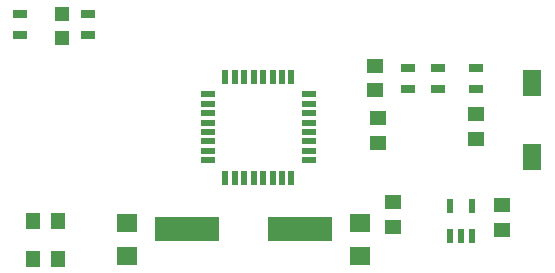
<source format=gbr>
G04 EAGLE Gerber RS-274X export*
G75*
%MOMM*%
%FSLAX34Y34*%
%LPD*%
%INSolderpaste Top*%
%IPPOS*%
%AMOC8*
5,1,8,0,0,1.08239X$1,22.5*%
G01*
%ADD10R,0.558800X1.270000*%
%ADD11R,1.270000X0.558800*%
%ADD12R,1.600000X2.300000*%
%ADD13R,1.800000X1.600000*%
%ADD14R,1.200000X0.800000*%
%ADD15R,1.350000X1.200000*%
%ADD16R,1.200000X1.350000*%
%ADD17R,1.200000X1.200000*%
%ADD18R,0.600000X1.200000*%
%ADD19R,5.500000X2.000000*%


D10*
X466150Y411226D03*
X458150Y411226D03*
X450150Y411226D03*
X442150Y411226D03*
X434150Y411226D03*
X426150Y411226D03*
X418150Y411226D03*
X410150Y411226D03*
D11*
X395224Y396300D03*
X395224Y388300D03*
X395224Y380300D03*
X395224Y372300D03*
X395224Y364300D03*
X395224Y356300D03*
X395224Y348300D03*
X395224Y340300D03*
D10*
X410150Y325374D03*
X418150Y325374D03*
X426150Y325374D03*
X434150Y325374D03*
X442150Y325374D03*
X450150Y325374D03*
X458150Y325374D03*
X466150Y325374D03*
D11*
X481076Y340300D03*
X481076Y348300D03*
X481076Y356300D03*
X481076Y364300D03*
X481076Y372300D03*
X481076Y380300D03*
X481076Y388300D03*
X481076Y396300D03*
D12*
X669925Y343150D03*
X669925Y406150D03*
D13*
X523875Y259050D03*
X523875Y287050D03*
D14*
X622300Y400575D03*
X622300Y418575D03*
X565150Y400575D03*
X565150Y418575D03*
X590550Y418575D03*
X590550Y400575D03*
X293688Y446613D03*
X293688Y464613D03*
X236538Y446613D03*
X236538Y464613D03*
D13*
X327025Y259050D03*
X327025Y287050D03*
D15*
X539750Y376125D03*
X539750Y355125D03*
D16*
X268175Y288925D03*
X247175Y288925D03*
D15*
X536575Y420575D03*
X536575Y399575D03*
D16*
X268175Y257175D03*
X247175Y257175D03*
D15*
X622300Y379300D03*
X622300Y358300D03*
D17*
X271463Y464525D03*
X271463Y443525D03*
D18*
X600100Y276425D03*
X609600Y276425D03*
X619100Y276425D03*
X619100Y301425D03*
X600100Y301425D03*
D15*
X644525Y281100D03*
X644525Y302100D03*
X552450Y284275D03*
X552450Y305275D03*
D19*
X377950Y282575D03*
X472950Y282575D03*
M02*

</source>
